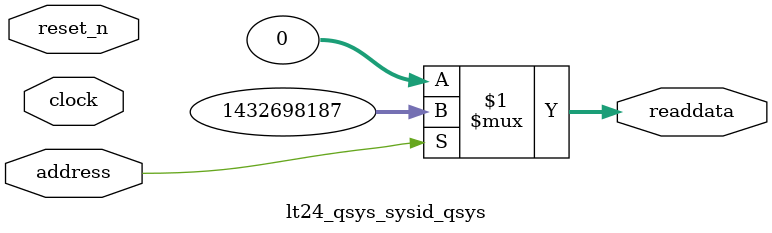
<source format=v>

`timescale 1ns / 1ps
// synthesis translate_on

// turn off superfluous verilog processor warnings 
// altera message_level Level1 
// altera message_off 10034 10035 10036 10037 10230 10240 10030 

module lt24_qsys_sysid_qsys (
               // inputs:
                address,
                clock,
                reset_n,

               // outputs:
                readdata
             )
;

  output  [ 31: 0] readdata;
  input            address;
  input            clock;
  input            reset_n;

  wire    [ 31: 0] readdata;
  //control_slave, which is an e_avalon_slave
  assign readdata = address ? 1432698187 : 0;

endmodule




</source>
